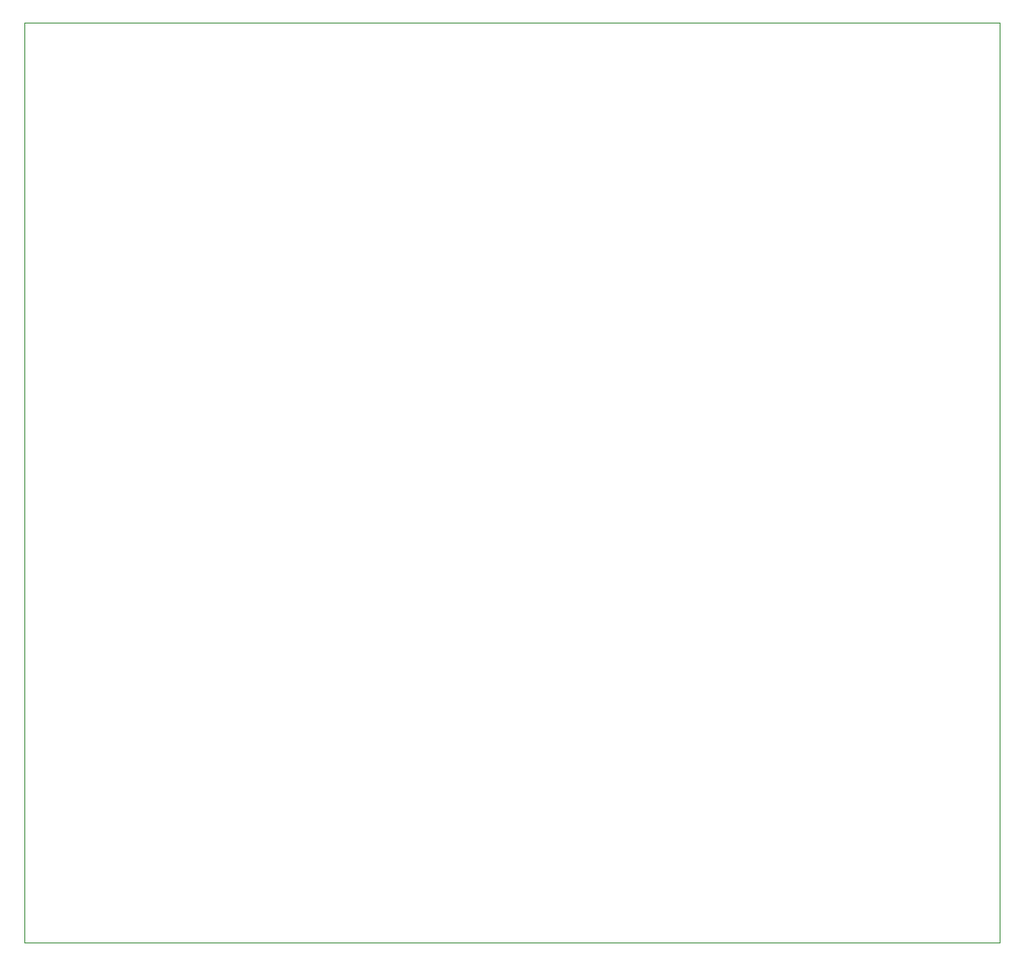
<source format=gbr>
%TF.GenerationSoftware,KiCad,Pcbnew,(5.1.10-1-10_14)*%
%TF.CreationDate,2021-10-15T10:29:32-04:00*%
%TF.ProjectId,main_controller,6d61696e-5f63-46f6-9e74-726f6c6c6572,rev?*%
%TF.SameCoordinates,Original*%
%TF.FileFunction,Profile,NP*%
%FSLAX46Y46*%
G04 Gerber Fmt 4.6, Leading zero omitted, Abs format (unit mm)*
G04 Created by KiCad (PCBNEW (5.1.10-1-10_14)) date 2021-10-15 10:29:32*
%MOMM*%
%LPD*%
G01*
G04 APERTURE LIST*
%TA.AperFunction,Profile*%
%ADD10C,0.050000*%
%TD*%
G04 APERTURE END LIST*
D10*
X196800000Y-26880000D02*
X101983000Y-26880000D01*
X196800000Y-116375000D02*
X196800000Y-26880000D01*
X101983000Y-116375000D02*
X101983000Y-26880000D01*
X101983000Y-116375000D02*
X196800000Y-116375000D01*
M02*

</source>
